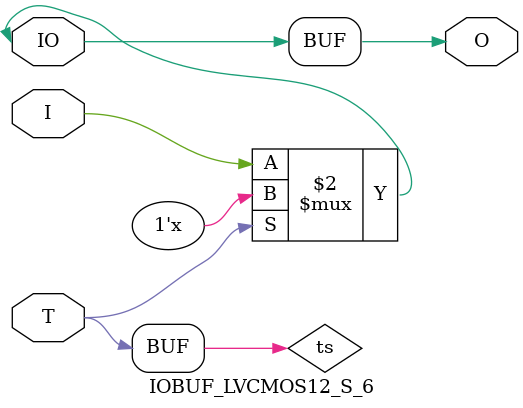
<source format=v>

/*

FUNCTION    : INPUT TRI-STATE OUTPUT BUFFER

*/

`celldefine
`timescale  100 ps / 10 ps

module IOBUF_LVCMOS12_S_6 (O, IO, I, T);

    output O;

    inout  IO;

    input  I, T;

    or O1 (ts, 1'b0, T);
    bufif0 T1 (IO, I, ts);

    buf B1 (O, IO);

endmodule

</source>
